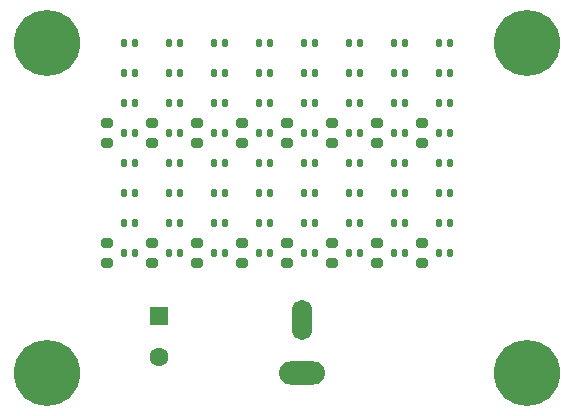
<source format=gbr>
%TF.GenerationSoftware,KiCad,Pcbnew,6.0.2+dfsg-1*%
%TF.CreationDate,2022-11-16T09:07:22-05:00*%
%TF.ProjectId,dragon-light-panel,64726167-6f6e-42d6-9c69-6768742d7061,rev?*%
%TF.SameCoordinates,Original*%
%TF.FileFunction,Soldermask,Top*%
%TF.FilePolarity,Negative*%
%FSLAX46Y46*%
G04 Gerber Fmt 4.6, Leading zero omitted, Abs format (unit mm)*
G04 Created by KiCad (PCBNEW 6.0.2+dfsg-1) date 2022-11-16 09:07:22*
%MOMM*%
%LPD*%
G01*
G04 APERTURE LIST*
G04 Aperture macros list*
%AMRoundRect*
0 Rectangle with rounded corners*
0 $1 Rounding radius*
0 $2 $3 $4 $5 $6 $7 $8 $9 X,Y pos of 4 corners*
0 Add a 4 corners polygon primitive as box body*
4,1,4,$2,$3,$4,$5,$6,$7,$8,$9,$2,$3,0*
0 Add four circle primitives for the rounded corners*
1,1,$1+$1,$2,$3*
1,1,$1+$1,$4,$5*
1,1,$1+$1,$6,$7*
1,1,$1+$1,$8,$9*
0 Add four rect primitives between the rounded corners*
20,1,$1+$1,$2,$3,$4,$5,0*
20,1,$1+$1,$4,$5,$6,$7,0*
20,1,$1+$1,$6,$7,$8,$9,0*
20,1,$1+$1,$8,$9,$2,$3,0*%
G04 Aperture macros list end*
%ADD10RoundRect,0.200000X0.275000X-0.200000X0.275000X0.200000X-0.275000X0.200000X-0.275000X-0.200000X0*%
%ADD11RoundRect,0.147500X-0.147500X-0.172500X0.147500X-0.172500X0.147500X0.172500X-0.147500X0.172500X0*%
%ADD12C,5.600000*%
%ADD13O,3.900000X1.950000*%
%ADD14O,1.700000X3.400000*%
%ADD15R,1.600000X1.600000*%
%ADD16C,1.600000*%
G04 APERTURE END LIST*
D10*
%TO.C,R5*%
X76200000Y-66865000D03*
X76200000Y-65215000D03*
%TD*%
D11*
%TO.C,D24*%
X81430000Y-66040000D03*
X82400000Y-66040000D03*
%TD*%
D10*
%TO.C,R4*%
X72390000Y-66865000D03*
X72390000Y-65215000D03*
%TD*%
D11*
%TO.C,D44*%
X70000000Y-76200000D03*
X70970000Y-76200000D03*
%TD*%
%TO.C,D1*%
X62380000Y-58420000D03*
X63350000Y-58420000D03*
%TD*%
%TO.C,D17*%
X77620000Y-58420000D03*
X78590000Y-58420000D03*
%TD*%
%TO.C,D41*%
X70000000Y-68580000D03*
X70970000Y-68580000D03*
%TD*%
D10*
%TO.C,R11*%
X68580000Y-77025000D03*
X68580000Y-75375000D03*
%TD*%
D11*
%TO.C,D45*%
X73810000Y-68580000D03*
X74780000Y-68580000D03*
%TD*%
D10*
%TO.C,R14*%
X80010000Y-77025000D03*
X80010000Y-75375000D03*
%TD*%
D11*
%TO.C,D2*%
X62380000Y-60960000D03*
X63350000Y-60960000D03*
%TD*%
%TO.C,D7*%
X66190000Y-63500000D03*
X67160000Y-63500000D03*
%TD*%
%TO.C,D51*%
X77620000Y-73660000D03*
X78590000Y-73660000D03*
%TD*%
%TO.C,D28*%
X85240000Y-66040000D03*
X86210000Y-66040000D03*
%TD*%
D12*
%TO.C,H4*%
X55880000Y-58420000D03*
%TD*%
D10*
%TO.C,R3*%
X68580000Y-66865000D03*
X68580000Y-65215000D03*
%TD*%
D11*
%TO.C,D33*%
X62380000Y-68580000D03*
X63350000Y-68580000D03*
%TD*%
%TO.C,D22*%
X81430000Y-60960000D03*
X82400000Y-60960000D03*
%TD*%
%TO.C,D63*%
X89050000Y-73660000D03*
X90020000Y-73660000D03*
%TD*%
%TO.C,D60*%
X85240000Y-76200000D03*
X86210000Y-76200000D03*
%TD*%
%TO.C,D52*%
X77620000Y-76200000D03*
X78590000Y-76200000D03*
%TD*%
%TO.C,D53*%
X81430000Y-68580000D03*
X82400000Y-68580000D03*
%TD*%
%TO.C,D57*%
X85240000Y-68580000D03*
X86210000Y-68580000D03*
%TD*%
%TO.C,D25*%
X85240000Y-58420000D03*
X86210000Y-58420000D03*
%TD*%
%TO.C,D9*%
X70000000Y-58420000D03*
X70970000Y-58420000D03*
%TD*%
%TO.C,D55*%
X81430000Y-73660000D03*
X82400000Y-73660000D03*
%TD*%
%TO.C,D62*%
X89050000Y-71120000D03*
X90020000Y-71120000D03*
%TD*%
%TO.C,D11*%
X70000000Y-63500000D03*
X70970000Y-63500000D03*
%TD*%
%TO.C,D42*%
X70000000Y-71120000D03*
X70970000Y-71120000D03*
%TD*%
D12*
%TO.C,H1*%
X96520000Y-86360000D03*
%TD*%
D11*
%TO.C,D47*%
X73810000Y-73660000D03*
X74780000Y-73660000D03*
%TD*%
%TO.C,D61*%
X89050000Y-68580000D03*
X90020000Y-68580000D03*
%TD*%
%TO.C,D8*%
X66190000Y-66040000D03*
X67160000Y-66040000D03*
%TD*%
D12*
%TO.C,H2*%
X55880000Y-86360000D03*
%TD*%
D11*
%TO.C,D37*%
X66190000Y-68580000D03*
X67160000Y-68580000D03*
%TD*%
%TO.C,D56*%
X81430000Y-76200000D03*
X82400000Y-76200000D03*
%TD*%
%TO.C,D58*%
X85240000Y-71120000D03*
X86210000Y-71120000D03*
%TD*%
%TO.C,D48*%
X73810000Y-76200000D03*
X74780000Y-76200000D03*
%TD*%
%TO.C,D31*%
X89050000Y-63500000D03*
X90020000Y-63500000D03*
%TD*%
%TO.C,D6*%
X66190000Y-60960000D03*
X67160000Y-60960000D03*
%TD*%
%TO.C,D14*%
X73810000Y-60960000D03*
X74780000Y-60960000D03*
%TD*%
%TO.C,D19*%
X77620000Y-63500000D03*
X78590000Y-63500000D03*
%TD*%
D10*
%TO.C,R15*%
X83820000Y-77025000D03*
X83820000Y-75375000D03*
%TD*%
D12*
%TO.C,H3*%
X96520000Y-58420000D03*
%TD*%
D11*
%TO.C,D20*%
X77620000Y-66040000D03*
X78590000Y-66040000D03*
%TD*%
%TO.C,D36*%
X62380000Y-76200000D03*
X63350000Y-76200000D03*
%TD*%
%TO.C,D26*%
X85240000Y-60960000D03*
X86210000Y-60960000D03*
%TD*%
D13*
%TO.C,J1*%
X77470000Y-86360000D03*
D14*
X77470000Y-81860000D03*
%TD*%
D11*
%TO.C,D18*%
X77620000Y-60960000D03*
X78590000Y-60960000D03*
%TD*%
%TO.C,D23*%
X81430000Y-63500000D03*
X82400000Y-63500000D03*
%TD*%
%TO.C,D54*%
X81430000Y-71120000D03*
X82400000Y-71120000D03*
%TD*%
%TO.C,D16*%
X73810000Y-66040000D03*
X74780000Y-66040000D03*
%TD*%
%TO.C,D29*%
X89050000Y-58420000D03*
X90020000Y-58420000D03*
%TD*%
%TO.C,D64*%
X89050000Y-76200000D03*
X90020000Y-76200000D03*
%TD*%
D10*
%TO.C,R8*%
X87630000Y-66865000D03*
X87630000Y-65215000D03*
%TD*%
D11*
%TO.C,D59*%
X85240000Y-73660000D03*
X86210000Y-73660000D03*
%TD*%
%TO.C,D27*%
X85240000Y-63500000D03*
X86210000Y-63500000D03*
%TD*%
%TO.C,D5*%
X66190000Y-58420000D03*
X67160000Y-58420000D03*
%TD*%
D10*
%TO.C,R9*%
X60960000Y-77025000D03*
X60960000Y-75375000D03*
%TD*%
D11*
%TO.C,D43*%
X70000000Y-73660000D03*
X70970000Y-73660000D03*
%TD*%
D10*
%TO.C,R7*%
X83820000Y-66865000D03*
X83820000Y-65215000D03*
%TD*%
D11*
%TO.C,D3*%
X62380000Y-63500000D03*
X63350000Y-63500000D03*
%TD*%
D10*
%TO.C,R1*%
X60960000Y-66865000D03*
X60960000Y-65215000D03*
%TD*%
%TO.C,R13*%
X76200000Y-77025000D03*
X76200000Y-75375000D03*
%TD*%
D15*
%TO.C,C1*%
X65405000Y-81532349D03*
D16*
X65405000Y-85032349D03*
%TD*%
D10*
%TO.C,R16*%
X87630000Y-77025000D03*
X87630000Y-75375000D03*
%TD*%
D11*
%TO.C,D35*%
X62380000Y-73660000D03*
X63350000Y-73660000D03*
%TD*%
%TO.C,D38*%
X66190000Y-71120000D03*
X67160000Y-71120000D03*
%TD*%
%TO.C,D10*%
X70000000Y-60960000D03*
X70970000Y-60960000D03*
%TD*%
%TO.C,D34*%
X62380000Y-71120000D03*
X63350000Y-71120000D03*
%TD*%
%TO.C,D30*%
X89050000Y-60960000D03*
X90020000Y-60960000D03*
%TD*%
%TO.C,D13*%
X73810000Y-58420000D03*
X74780000Y-58420000D03*
%TD*%
%TO.C,D21*%
X81430000Y-58420000D03*
X82400000Y-58420000D03*
%TD*%
%TO.C,D46*%
X73810000Y-71120000D03*
X74780000Y-71120000D03*
%TD*%
%TO.C,D39*%
X66190000Y-73660000D03*
X67160000Y-73660000D03*
%TD*%
%TO.C,D32*%
X89050000Y-66040000D03*
X90020000Y-66040000D03*
%TD*%
D10*
%TO.C,R2*%
X64770000Y-66865000D03*
X64770000Y-65215000D03*
%TD*%
%TO.C,R6*%
X80010000Y-66865000D03*
X80010000Y-65215000D03*
%TD*%
%TO.C,R10*%
X64770000Y-77025000D03*
X64770000Y-75375000D03*
%TD*%
D11*
%TO.C,D40*%
X66190000Y-76200000D03*
X67160000Y-76200000D03*
%TD*%
%TO.C,D12*%
X70000000Y-66040000D03*
X70970000Y-66040000D03*
%TD*%
%TO.C,D49*%
X77620000Y-68580000D03*
X78590000Y-68580000D03*
%TD*%
%TO.C,D4*%
X62380000Y-66040000D03*
X63350000Y-66040000D03*
%TD*%
%TO.C,D15*%
X73810000Y-63500000D03*
X74780000Y-63500000D03*
%TD*%
%TO.C,D50*%
X77620000Y-71120000D03*
X78590000Y-71120000D03*
%TD*%
D10*
%TO.C,R12*%
X72390000Y-77025000D03*
X72390000Y-75375000D03*
%TD*%
M02*

</source>
